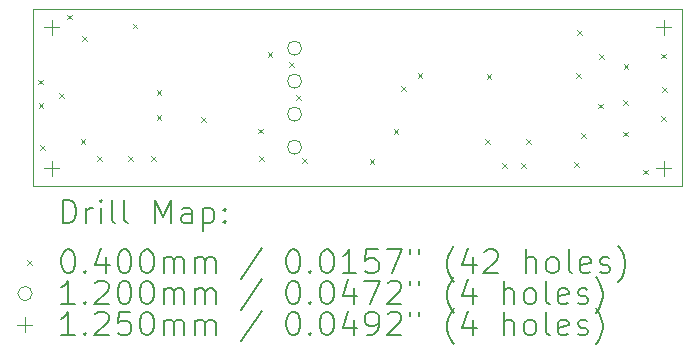
<source format=gbr>
%FSLAX45Y45*%
G04 Gerber Fmt 4.5, Leading zero omitted, Abs format (unit mm)*
G04 Created by KiCad (PCBNEW (6.0.4)) date 2022-06-19 16:10:10*
%MOMM*%
%LPD*%
G01*
G04 APERTURE LIST*
%TA.AperFunction,Profile*%
%ADD10C,0.100000*%
%TD*%
%ADD11C,0.200000*%
%ADD12C,0.040000*%
%ADD13C,0.120000*%
%ADD14C,0.125000*%
G04 APERTURE END LIST*
D10*
X10000800Y-11404600D02*
X15500800Y-11404600D01*
X15500800Y-11404600D02*
X15500800Y-9906000D01*
X10000800Y-9906000D02*
X15500800Y-9906000D01*
X10000800Y-9906000D02*
X10000800Y-11404600D01*
D11*
D12*
X10048560Y-10503220D02*
X10088560Y-10543220D01*
X10088560Y-10503220D02*
X10048560Y-10543220D01*
X10051100Y-10703880D02*
X10091100Y-10743880D01*
X10091100Y-10703880D02*
X10051100Y-10743880D01*
X10061260Y-11056940D02*
X10101260Y-11096940D01*
X10101260Y-11056940D02*
X10061260Y-11096940D01*
X10221280Y-10620060D02*
X10261280Y-10660060D01*
X10261280Y-10620060D02*
X10221280Y-10660060D01*
X10294940Y-9952040D02*
X10334940Y-9992040D01*
X10334940Y-9952040D02*
X10294940Y-9992040D01*
X10406700Y-11003600D02*
X10446700Y-11043600D01*
X10446700Y-11003600D02*
X10406700Y-11043600D01*
X10421940Y-10132380D02*
X10461940Y-10172380D01*
X10461940Y-10132380D02*
X10421940Y-10172380D01*
X10546400Y-11148380D02*
X10586400Y-11188380D01*
X10586400Y-11148380D02*
X10546400Y-11188380D01*
X10805480Y-11150920D02*
X10845480Y-11190920D01*
X10845480Y-11150920D02*
X10805480Y-11190920D01*
X10846120Y-10028240D02*
X10886120Y-10068240D01*
X10886120Y-10028240D02*
X10846120Y-10068240D01*
X11001060Y-11150920D02*
X11041060Y-11190920D01*
X11041060Y-11150920D02*
X11001060Y-11190920D01*
X11049320Y-10594660D02*
X11089320Y-10634660D01*
X11089320Y-10594660D02*
X11049320Y-10634660D01*
X11049320Y-10800400D02*
X11089320Y-10840400D01*
X11089320Y-10800400D02*
X11049320Y-10840400D01*
X11425240Y-10818180D02*
X11465240Y-10858180D01*
X11465240Y-10818180D02*
X11425240Y-10858180D01*
X11910380Y-10917240D02*
X11950380Y-10957240D01*
X11950380Y-10917240D02*
X11910380Y-10957240D01*
X11915460Y-11148380D02*
X11955460Y-11188380D01*
X11955460Y-11148380D02*
X11915460Y-11188380D01*
X11989120Y-10272080D02*
X12029120Y-10312080D01*
X12029120Y-10272080D02*
X11989120Y-10312080D01*
X12172000Y-10355900D02*
X12212000Y-10395900D01*
X12212000Y-10355900D02*
X12172000Y-10395900D01*
X12227880Y-10632760D02*
X12267880Y-10672760D01*
X12267880Y-10632760D02*
X12227880Y-10672760D01*
X12278680Y-11168700D02*
X12318680Y-11208700D01*
X12318680Y-11168700D02*
X12278680Y-11208700D01*
X12852720Y-11178860D02*
X12892720Y-11218860D01*
X12892720Y-11178860D02*
X12852720Y-11218860D01*
X13055920Y-10919780D02*
X13095920Y-10959780D01*
X13095920Y-10919780D02*
X13055920Y-10959780D01*
X13121960Y-10556560D02*
X13161960Y-10596560D01*
X13161960Y-10556560D02*
X13121960Y-10596560D01*
X13259120Y-10444800D02*
X13299120Y-10484800D01*
X13299120Y-10444800D02*
X13259120Y-10484800D01*
X13833160Y-11003600D02*
X13873160Y-11043600D01*
X13873160Y-11003600D02*
X13833160Y-11043600D01*
X13843320Y-10457500D02*
X13883320Y-10497500D01*
X13883320Y-10457500D02*
X13843320Y-10497500D01*
X13972860Y-11209340D02*
X14012860Y-11249340D01*
X14012860Y-11209340D02*
X13972860Y-11249340D01*
X14135420Y-11211880D02*
X14175420Y-11251880D01*
X14175420Y-11211880D02*
X14135420Y-11251880D01*
X14181140Y-11003600D02*
X14221140Y-11043600D01*
X14221140Y-11003600D02*
X14181140Y-11043600D01*
X14585000Y-11199180D02*
X14625000Y-11239180D01*
X14625000Y-11199180D02*
X14585000Y-11239180D01*
X14600240Y-10449880D02*
X14640240Y-10489880D01*
X14640240Y-10449880D02*
X14600240Y-10489880D01*
X14612940Y-10084120D02*
X14652940Y-10124120D01*
X14652940Y-10084120D02*
X14612940Y-10124120D01*
X14643420Y-10957880D02*
X14683420Y-10997880D01*
X14683420Y-10957880D02*
X14643420Y-10997880D01*
X14788200Y-10706420D02*
X14828200Y-10746420D01*
X14828200Y-10706420D02*
X14788200Y-10746420D01*
X14795820Y-10284780D02*
X14835820Y-10324780D01*
X14835820Y-10284780D02*
X14795820Y-10324780D01*
X14996480Y-10942640D02*
X15036480Y-10982640D01*
X15036480Y-10942640D02*
X14996480Y-10982640D01*
X15001560Y-10673400D02*
X15041560Y-10713400D01*
X15041560Y-10673400D02*
X15001560Y-10713400D01*
X15004100Y-10373680D02*
X15044100Y-10413680D01*
X15044100Y-10373680D02*
X15004100Y-10413680D01*
X15171740Y-11265220D02*
X15211740Y-11305220D01*
X15211740Y-11265220D02*
X15171740Y-11305220D01*
X15321600Y-10810560D02*
X15361600Y-10850560D01*
X15361600Y-10810560D02*
X15321600Y-10850560D01*
X15324140Y-10282240D02*
X15364140Y-10322240D01*
X15364140Y-10282240D02*
X15324140Y-10322240D01*
X15326680Y-10566720D02*
X15366680Y-10606720D01*
X15366680Y-10566720D02*
X15326680Y-10606720D01*
D13*
X12277400Y-10236200D02*
G75*
G03*
X12277400Y-10236200I-60000J0D01*
G01*
X12277400Y-10515600D02*
G75*
G03*
X12277400Y-10515600I-60000J0D01*
G01*
X12277400Y-10795000D02*
G75*
G03*
X12277400Y-10795000I-60000J0D01*
G01*
X12277400Y-11074400D02*
G75*
G03*
X12277400Y-11074400I-60000J0D01*
G01*
D14*
X10160000Y-9995900D02*
X10160000Y-10120900D01*
X10097500Y-10058400D02*
X10222500Y-10058400D01*
X10160000Y-11189700D02*
X10160000Y-11314700D01*
X10097500Y-11252200D02*
X10222500Y-11252200D01*
X15341600Y-9995900D02*
X15341600Y-10120900D01*
X15279100Y-10058400D02*
X15404100Y-10058400D01*
X15341600Y-11189700D02*
X15341600Y-11314700D01*
X15279100Y-11252200D02*
X15404100Y-11252200D01*
D11*
X10253419Y-11720076D02*
X10253419Y-11520076D01*
X10301038Y-11520076D01*
X10329610Y-11529600D01*
X10348657Y-11548648D01*
X10358181Y-11567695D01*
X10367705Y-11605790D01*
X10367705Y-11634362D01*
X10358181Y-11672457D01*
X10348657Y-11691505D01*
X10329610Y-11710552D01*
X10301038Y-11720076D01*
X10253419Y-11720076D01*
X10453419Y-11720076D02*
X10453419Y-11586743D01*
X10453419Y-11624838D02*
X10462943Y-11605790D01*
X10472467Y-11596267D01*
X10491514Y-11586743D01*
X10510562Y-11586743D01*
X10577229Y-11720076D02*
X10577229Y-11586743D01*
X10577229Y-11520076D02*
X10567705Y-11529600D01*
X10577229Y-11539124D01*
X10586752Y-11529600D01*
X10577229Y-11520076D01*
X10577229Y-11539124D01*
X10701038Y-11720076D02*
X10681990Y-11710552D01*
X10672467Y-11691505D01*
X10672467Y-11520076D01*
X10805800Y-11720076D02*
X10786752Y-11710552D01*
X10777229Y-11691505D01*
X10777229Y-11520076D01*
X11034371Y-11720076D02*
X11034371Y-11520076D01*
X11101038Y-11662933D01*
X11167705Y-11520076D01*
X11167705Y-11720076D01*
X11348657Y-11720076D02*
X11348657Y-11615314D01*
X11339133Y-11596267D01*
X11320086Y-11586743D01*
X11281990Y-11586743D01*
X11262943Y-11596267D01*
X11348657Y-11710552D02*
X11329609Y-11720076D01*
X11281990Y-11720076D01*
X11262943Y-11710552D01*
X11253419Y-11691505D01*
X11253419Y-11672457D01*
X11262943Y-11653409D01*
X11281990Y-11643886D01*
X11329609Y-11643886D01*
X11348657Y-11634362D01*
X11443895Y-11586743D02*
X11443895Y-11786743D01*
X11443895Y-11596267D02*
X11462943Y-11586743D01*
X11501038Y-11586743D01*
X11520086Y-11596267D01*
X11529609Y-11605790D01*
X11539133Y-11624838D01*
X11539133Y-11681981D01*
X11529609Y-11701028D01*
X11520086Y-11710552D01*
X11501038Y-11720076D01*
X11462943Y-11720076D01*
X11443895Y-11710552D01*
X11624848Y-11701028D02*
X11634371Y-11710552D01*
X11624848Y-11720076D01*
X11615324Y-11710552D01*
X11624848Y-11701028D01*
X11624848Y-11720076D01*
X11624848Y-11596267D02*
X11634371Y-11605790D01*
X11624848Y-11615314D01*
X11615324Y-11605790D01*
X11624848Y-11596267D01*
X11624848Y-11615314D01*
D12*
X9955800Y-12029600D02*
X9995800Y-12069600D01*
X9995800Y-12029600D02*
X9955800Y-12069600D01*
D11*
X10291514Y-11940076D02*
X10310562Y-11940076D01*
X10329610Y-11949600D01*
X10339133Y-11959124D01*
X10348657Y-11978171D01*
X10358181Y-12016267D01*
X10358181Y-12063886D01*
X10348657Y-12101981D01*
X10339133Y-12121028D01*
X10329610Y-12130552D01*
X10310562Y-12140076D01*
X10291514Y-12140076D01*
X10272467Y-12130552D01*
X10262943Y-12121028D01*
X10253419Y-12101981D01*
X10243895Y-12063886D01*
X10243895Y-12016267D01*
X10253419Y-11978171D01*
X10262943Y-11959124D01*
X10272467Y-11949600D01*
X10291514Y-11940076D01*
X10443895Y-12121028D02*
X10453419Y-12130552D01*
X10443895Y-12140076D01*
X10434371Y-12130552D01*
X10443895Y-12121028D01*
X10443895Y-12140076D01*
X10624848Y-12006743D02*
X10624848Y-12140076D01*
X10577229Y-11930552D02*
X10529610Y-12073409D01*
X10653419Y-12073409D01*
X10767705Y-11940076D02*
X10786752Y-11940076D01*
X10805800Y-11949600D01*
X10815324Y-11959124D01*
X10824848Y-11978171D01*
X10834371Y-12016267D01*
X10834371Y-12063886D01*
X10824848Y-12101981D01*
X10815324Y-12121028D01*
X10805800Y-12130552D01*
X10786752Y-12140076D01*
X10767705Y-12140076D01*
X10748657Y-12130552D01*
X10739133Y-12121028D01*
X10729610Y-12101981D01*
X10720086Y-12063886D01*
X10720086Y-12016267D01*
X10729610Y-11978171D01*
X10739133Y-11959124D01*
X10748657Y-11949600D01*
X10767705Y-11940076D01*
X10958181Y-11940076D02*
X10977229Y-11940076D01*
X10996276Y-11949600D01*
X11005800Y-11959124D01*
X11015324Y-11978171D01*
X11024848Y-12016267D01*
X11024848Y-12063886D01*
X11015324Y-12101981D01*
X11005800Y-12121028D01*
X10996276Y-12130552D01*
X10977229Y-12140076D01*
X10958181Y-12140076D01*
X10939133Y-12130552D01*
X10929610Y-12121028D01*
X10920086Y-12101981D01*
X10910562Y-12063886D01*
X10910562Y-12016267D01*
X10920086Y-11978171D01*
X10929610Y-11959124D01*
X10939133Y-11949600D01*
X10958181Y-11940076D01*
X11110562Y-12140076D02*
X11110562Y-12006743D01*
X11110562Y-12025790D02*
X11120086Y-12016267D01*
X11139133Y-12006743D01*
X11167705Y-12006743D01*
X11186752Y-12016267D01*
X11196276Y-12035314D01*
X11196276Y-12140076D01*
X11196276Y-12035314D02*
X11205800Y-12016267D01*
X11224848Y-12006743D01*
X11253419Y-12006743D01*
X11272467Y-12016267D01*
X11281990Y-12035314D01*
X11281990Y-12140076D01*
X11377228Y-12140076D02*
X11377228Y-12006743D01*
X11377228Y-12025790D02*
X11386752Y-12016267D01*
X11405800Y-12006743D01*
X11434371Y-12006743D01*
X11453419Y-12016267D01*
X11462943Y-12035314D01*
X11462943Y-12140076D01*
X11462943Y-12035314D02*
X11472467Y-12016267D01*
X11491514Y-12006743D01*
X11520086Y-12006743D01*
X11539133Y-12016267D01*
X11548657Y-12035314D01*
X11548657Y-12140076D01*
X11939133Y-11930552D02*
X11767705Y-12187695D01*
X12196276Y-11940076D02*
X12215324Y-11940076D01*
X12234371Y-11949600D01*
X12243895Y-11959124D01*
X12253419Y-11978171D01*
X12262943Y-12016267D01*
X12262943Y-12063886D01*
X12253419Y-12101981D01*
X12243895Y-12121028D01*
X12234371Y-12130552D01*
X12215324Y-12140076D01*
X12196276Y-12140076D01*
X12177228Y-12130552D01*
X12167705Y-12121028D01*
X12158181Y-12101981D01*
X12148657Y-12063886D01*
X12148657Y-12016267D01*
X12158181Y-11978171D01*
X12167705Y-11959124D01*
X12177228Y-11949600D01*
X12196276Y-11940076D01*
X12348657Y-12121028D02*
X12358181Y-12130552D01*
X12348657Y-12140076D01*
X12339133Y-12130552D01*
X12348657Y-12121028D01*
X12348657Y-12140076D01*
X12481990Y-11940076D02*
X12501038Y-11940076D01*
X12520086Y-11949600D01*
X12529609Y-11959124D01*
X12539133Y-11978171D01*
X12548657Y-12016267D01*
X12548657Y-12063886D01*
X12539133Y-12101981D01*
X12529609Y-12121028D01*
X12520086Y-12130552D01*
X12501038Y-12140076D01*
X12481990Y-12140076D01*
X12462943Y-12130552D01*
X12453419Y-12121028D01*
X12443895Y-12101981D01*
X12434371Y-12063886D01*
X12434371Y-12016267D01*
X12443895Y-11978171D01*
X12453419Y-11959124D01*
X12462943Y-11949600D01*
X12481990Y-11940076D01*
X12739133Y-12140076D02*
X12624848Y-12140076D01*
X12681990Y-12140076D02*
X12681990Y-11940076D01*
X12662943Y-11968648D01*
X12643895Y-11987695D01*
X12624848Y-11997219D01*
X12920086Y-11940076D02*
X12824848Y-11940076D01*
X12815324Y-12035314D01*
X12824848Y-12025790D01*
X12843895Y-12016267D01*
X12891514Y-12016267D01*
X12910562Y-12025790D01*
X12920086Y-12035314D01*
X12929609Y-12054362D01*
X12929609Y-12101981D01*
X12920086Y-12121028D01*
X12910562Y-12130552D01*
X12891514Y-12140076D01*
X12843895Y-12140076D01*
X12824848Y-12130552D01*
X12815324Y-12121028D01*
X12996276Y-11940076D02*
X13129609Y-11940076D01*
X13043895Y-12140076D01*
X13196276Y-11940076D02*
X13196276Y-11978171D01*
X13272467Y-11940076D02*
X13272467Y-11978171D01*
X13567705Y-12216267D02*
X13558181Y-12206743D01*
X13539133Y-12178171D01*
X13529609Y-12159124D01*
X13520086Y-12130552D01*
X13510562Y-12082933D01*
X13510562Y-12044838D01*
X13520086Y-11997219D01*
X13529609Y-11968648D01*
X13539133Y-11949600D01*
X13558181Y-11921028D01*
X13567705Y-11911505D01*
X13729609Y-12006743D02*
X13729609Y-12140076D01*
X13681990Y-11930552D02*
X13634371Y-12073409D01*
X13758181Y-12073409D01*
X13824848Y-11959124D02*
X13834371Y-11949600D01*
X13853419Y-11940076D01*
X13901038Y-11940076D01*
X13920086Y-11949600D01*
X13929609Y-11959124D01*
X13939133Y-11978171D01*
X13939133Y-11997219D01*
X13929609Y-12025790D01*
X13815324Y-12140076D01*
X13939133Y-12140076D01*
X14177228Y-12140076D02*
X14177228Y-11940076D01*
X14262943Y-12140076D02*
X14262943Y-12035314D01*
X14253419Y-12016267D01*
X14234371Y-12006743D01*
X14205800Y-12006743D01*
X14186752Y-12016267D01*
X14177228Y-12025790D01*
X14386752Y-12140076D02*
X14367705Y-12130552D01*
X14358181Y-12121028D01*
X14348657Y-12101981D01*
X14348657Y-12044838D01*
X14358181Y-12025790D01*
X14367705Y-12016267D01*
X14386752Y-12006743D01*
X14415324Y-12006743D01*
X14434371Y-12016267D01*
X14443895Y-12025790D01*
X14453419Y-12044838D01*
X14453419Y-12101981D01*
X14443895Y-12121028D01*
X14434371Y-12130552D01*
X14415324Y-12140076D01*
X14386752Y-12140076D01*
X14567705Y-12140076D02*
X14548657Y-12130552D01*
X14539133Y-12111505D01*
X14539133Y-11940076D01*
X14720086Y-12130552D02*
X14701038Y-12140076D01*
X14662943Y-12140076D01*
X14643895Y-12130552D01*
X14634371Y-12111505D01*
X14634371Y-12035314D01*
X14643895Y-12016267D01*
X14662943Y-12006743D01*
X14701038Y-12006743D01*
X14720086Y-12016267D01*
X14729609Y-12035314D01*
X14729609Y-12054362D01*
X14634371Y-12073409D01*
X14805800Y-12130552D02*
X14824848Y-12140076D01*
X14862943Y-12140076D01*
X14881990Y-12130552D01*
X14891514Y-12111505D01*
X14891514Y-12101981D01*
X14881990Y-12082933D01*
X14862943Y-12073409D01*
X14834371Y-12073409D01*
X14815324Y-12063886D01*
X14805800Y-12044838D01*
X14805800Y-12035314D01*
X14815324Y-12016267D01*
X14834371Y-12006743D01*
X14862943Y-12006743D01*
X14881990Y-12016267D01*
X14958181Y-12216267D02*
X14967705Y-12206743D01*
X14986752Y-12178171D01*
X14996276Y-12159124D01*
X15005800Y-12130552D01*
X15015324Y-12082933D01*
X15015324Y-12044838D01*
X15005800Y-11997219D01*
X14996276Y-11968648D01*
X14986752Y-11949600D01*
X14967705Y-11921028D01*
X14958181Y-11911505D01*
D13*
X9995800Y-12313600D02*
G75*
G03*
X9995800Y-12313600I-60000J0D01*
G01*
D11*
X10358181Y-12404076D02*
X10243895Y-12404076D01*
X10301038Y-12404076D02*
X10301038Y-12204076D01*
X10281990Y-12232648D01*
X10262943Y-12251695D01*
X10243895Y-12261219D01*
X10443895Y-12385028D02*
X10453419Y-12394552D01*
X10443895Y-12404076D01*
X10434371Y-12394552D01*
X10443895Y-12385028D01*
X10443895Y-12404076D01*
X10529610Y-12223124D02*
X10539133Y-12213600D01*
X10558181Y-12204076D01*
X10605800Y-12204076D01*
X10624848Y-12213600D01*
X10634371Y-12223124D01*
X10643895Y-12242171D01*
X10643895Y-12261219D01*
X10634371Y-12289790D01*
X10520086Y-12404076D01*
X10643895Y-12404076D01*
X10767705Y-12204076D02*
X10786752Y-12204076D01*
X10805800Y-12213600D01*
X10815324Y-12223124D01*
X10824848Y-12242171D01*
X10834371Y-12280267D01*
X10834371Y-12327886D01*
X10824848Y-12365981D01*
X10815324Y-12385028D01*
X10805800Y-12394552D01*
X10786752Y-12404076D01*
X10767705Y-12404076D01*
X10748657Y-12394552D01*
X10739133Y-12385028D01*
X10729610Y-12365981D01*
X10720086Y-12327886D01*
X10720086Y-12280267D01*
X10729610Y-12242171D01*
X10739133Y-12223124D01*
X10748657Y-12213600D01*
X10767705Y-12204076D01*
X10958181Y-12204076D02*
X10977229Y-12204076D01*
X10996276Y-12213600D01*
X11005800Y-12223124D01*
X11015324Y-12242171D01*
X11024848Y-12280267D01*
X11024848Y-12327886D01*
X11015324Y-12365981D01*
X11005800Y-12385028D01*
X10996276Y-12394552D01*
X10977229Y-12404076D01*
X10958181Y-12404076D01*
X10939133Y-12394552D01*
X10929610Y-12385028D01*
X10920086Y-12365981D01*
X10910562Y-12327886D01*
X10910562Y-12280267D01*
X10920086Y-12242171D01*
X10929610Y-12223124D01*
X10939133Y-12213600D01*
X10958181Y-12204076D01*
X11110562Y-12404076D02*
X11110562Y-12270743D01*
X11110562Y-12289790D02*
X11120086Y-12280267D01*
X11139133Y-12270743D01*
X11167705Y-12270743D01*
X11186752Y-12280267D01*
X11196276Y-12299314D01*
X11196276Y-12404076D01*
X11196276Y-12299314D02*
X11205800Y-12280267D01*
X11224848Y-12270743D01*
X11253419Y-12270743D01*
X11272467Y-12280267D01*
X11281990Y-12299314D01*
X11281990Y-12404076D01*
X11377228Y-12404076D02*
X11377228Y-12270743D01*
X11377228Y-12289790D02*
X11386752Y-12280267D01*
X11405800Y-12270743D01*
X11434371Y-12270743D01*
X11453419Y-12280267D01*
X11462943Y-12299314D01*
X11462943Y-12404076D01*
X11462943Y-12299314D02*
X11472467Y-12280267D01*
X11491514Y-12270743D01*
X11520086Y-12270743D01*
X11539133Y-12280267D01*
X11548657Y-12299314D01*
X11548657Y-12404076D01*
X11939133Y-12194552D02*
X11767705Y-12451695D01*
X12196276Y-12204076D02*
X12215324Y-12204076D01*
X12234371Y-12213600D01*
X12243895Y-12223124D01*
X12253419Y-12242171D01*
X12262943Y-12280267D01*
X12262943Y-12327886D01*
X12253419Y-12365981D01*
X12243895Y-12385028D01*
X12234371Y-12394552D01*
X12215324Y-12404076D01*
X12196276Y-12404076D01*
X12177228Y-12394552D01*
X12167705Y-12385028D01*
X12158181Y-12365981D01*
X12148657Y-12327886D01*
X12148657Y-12280267D01*
X12158181Y-12242171D01*
X12167705Y-12223124D01*
X12177228Y-12213600D01*
X12196276Y-12204076D01*
X12348657Y-12385028D02*
X12358181Y-12394552D01*
X12348657Y-12404076D01*
X12339133Y-12394552D01*
X12348657Y-12385028D01*
X12348657Y-12404076D01*
X12481990Y-12204076D02*
X12501038Y-12204076D01*
X12520086Y-12213600D01*
X12529609Y-12223124D01*
X12539133Y-12242171D01*
X12548657Y-12280267D01*
X12548657Y-12327886D01*
X12539133Y-12365981D01*
X12529609Y-12385028D01*
X12520086Y-12394552D01*
X12501038Y-12404076D01*
X12481990Y-12404076D01*
X12462943Y-12394552D01*
X12453419Y-12385028D01*
X12443895Y-12365981D01*
X12434371Y-12327886D01*
X12434371Y-12280267D01*
X12443895Y-12242171D01*
X12453419Y-12223124D01*
X12462943Y-12213600D01*
X12481990Y-12204076D01*
X12720086Y-12270743D02*
X12720086Y-12404076D01*
X12672467Y-12194552D02*
X12624848Y-12337409D01*
X12748657Y-12337409D01*
X12805800Y-12204076D02*
X12939133Y-12204076D01*
X12853419Y-12404076D01*
X13005800Y-12223124D02*
X13015324Y-12213600D01*
X13034371Y-12204076D01*
X13081990Y-12204076D01*
X13101038Y-12213600D01*
X13110562Y-12223124D01*
X13120086Y-12242171D01*
X13120086Y-12261219D01*
X13110562Y-12289790D01*
X12996276Y-12404076D01*
X13120086Y-12404076D01*
X13196276Y-12204076D02*
X13196276Y-12242171D01*
X13272467Y-12204076D02*
X13272467Y-12242171D01*
X13567705Y-12480267D02*
X13558181Y-12470743D01*
X13539133Y-12442171D01*
X13529609Y-12423124D01*
X13520086Y-12394552D01*
X13510562Y-12346933D01*
X13510562Y-12308838D01*
X13520086Y-12261219D01*
X13529609Y-12232648D01*
X13539133Y-12213600D01*
X13558181Y-12185028D01*
X13567705Y-12175505D01*
X13729609Y-12270743D02*
X13729609Y-12404076D01*
X13681990Y-12194552D02*
X13634371Y-12337409D01*
X13758181Y-12337409D01*
X13986752Y-12404076D02*
X13986752Y-12204076D01*
X14072467Y-12404076D02*
X14072467Y-12299314D01*
X14062943Y-12280267D01*
X14043895Y-12270743D01*
X14015324Y-12270743D01*
X13996276Y-12280267D01*
X13986752Y-12289790D01*
X14196276Y-12404076D02*
X14177228Y-12394552D01*
X14167705Y-12385028D01*
X14158181Y-12365981D01*
X14158181Y-12308838D01*
X14167705Y-12289790D01*
X14177228Y-12280267D01*
X14196276Y-12270743D01*
X14224848Y-12270743D01*
X14243895Y-12280267D01*
X14253419Y-12289790D01*
X14262943Y-12308838D01*
X14262943Y-12365981D01*
X14253419Y-12385028D01*
X14243895Y-12394552D01*
X14224848Y-12404076D01*
X14196276Y-12404076D01*
X14377228Y-12404076D02*
X14358181Y-12394552D01*
X14348657Y-12375505D01*
X14348657Y-12204076D01*
X14529609Y-12394552D02*
X14510562Y-12404076D01*
X14472467Y-12404076D01*
X14453419Y-12394552D01*
X14443895Y-12375505D01*
X14443895Y-12299314D01*
X14453419Y-12280267D01*
X14472467Y-12270743D01*
X14510562Y-12270743D01*
X14529609Y-12280267D01*
X14539133Y-12299314D01*
X14539133Y-12318362D01*
X14443895Y-12337409D01*
X14615324Y-12394552D02*
X14634371Y-12404076D01*
X14672467Y-12404076D01*
X14691514Y-12394552D01*
X14701038Y-12375505D01*
X14701038Y-12365981D01*
X14691514Y-12346933D01*
X14672467Y-12337409D01*
X14643895Y-12337409D01*
X14624848Y-12327886D01*
X14615324Y-12308838D01*
X14615324Y-12299314D01*
X14624848Y-12280267D01*
X14643895Y-12270743D01*
X14672467Y-12270743D01*
X14691514Y-12280267D01*
X14767705Y-12480267D02*
X14777228Y-12470743D01*
X14796276Y-12442171D01*
X14805800Y-12423124D01*
X14815324Y-12394552D01*
X14824848Y-12346933D01*
X14824848Y-12308838D01*
X14815324Y-12261219D01*
X14805800Y-12232648D01*
X14796276Y-12213600D01*
X14777228Y-12185028D01*
X14767705Y-12175505D01*
D14*
X9933300Y-12515100D02*
X9933300Y-12640100D01*
X9870800Y-12577600D02*
X9995800Y-12577600D01*
D11*
X10358181Y-12668076D02*
X10243895Y-12668076D01*
X10301038Y-12668076D02*
X10301038Y-12468076D01*
X10281990Y-12496648D01*
X10262943Y-12515695D01*
X10243895Y-12525219D01*
X10443895Y-12649028D02*
X10453419Y-12658552D01*
X10443895Y-12668076D01*
X10434371Y-12658552D01*
X10443895Y-12649028D01*
X10443895Y-12668076D01*
X10529610Y-12487124D02*
X10539133Y-12477600D01*
X10558181Y-12468076D01*
X10605800Y-12468076D01*
X10624848Y-12477600D01*
X10634371Y-12487124D01*
X10643895Y-12506171D01*
X10643895Y-12525219D01*
X10634371Y-12553790D01*
X10520086Y-12668076D01*
X10643895Y-12668076D01*
X10824848Y-12468076D02*
X10729610Y-12468076D01*
X10720086Y-12563314D01*
X10729610Y-12553790D01*
X10748657Y-12544267D01*
X10796276Y-12544267D01*
X10815324Y-12553790D01*
X10824848Y-12563314D01*
X10834371Y-12582362D01*
X10834371Y-12629981D01*
X10824848Y-12649028D01*
X10815324Y-12658552D01*
X10796276Y-12668076D01*
X10748657Y-12668076D01*
X10729610Y-12658552D01*
X10720086Y-12649028D01*
X10958181Y-12468076D02*
X10977229Y-12468076D01*
X10996276Y-12477600D01*
X11005800Y-12487124D01*
X11015324Y-12506171D01*
X11024848Y-12544267D01*
X11024848Y-12591886D01*
X11015324Y-12629981D01*
X11005800Y-12649028D01*
X10996276Y-12658552D01*
X10977229Y-12668076D01*
X10958181Y-12668076D01*
X10939133Y-12658552D01*
X10929610Y-12649028D01*
X10920086Y-12629981D01*
X10910562Y-12591886D01*
X10910562Y-12544267D01*
X10920086Y-12506171D01*
X10929610Y-12487124D01*
X10939133Y-12477600D01*
X10958181Y-12468076D01*
X11110562Y-12668076D02*
X11110562Y-12534743D01*
X11110562Y-12553790D02*
X11120086Y-12544267D01*
X11139133Y-12534743D01*
X11167705Y-12534743D01*
X11186752Y-12544267D01*
X11196276Y-12563314D01*
X11196276Y-12668076D01*
X11196276Y-12563314D02*
X11205800Y-12544267D01*
X11224848Y-12534743D01*
X11253419Y-12534743D01*
X11272467Y-12544267D01*
X11281990Y-12563314D01*
X11281990Y-12668076D01*
X11377228Y-12668076D02*
X11377228Y-12534743D01*
X11377228Y-12553790D02*
X11386752Y-12544267D01*
X11405800Y-12534743D01*
X11434371Y-12534743D01*
X11453419Y-12544267D01*
X11462943Y-12563314D01*
X11462943Y-12668076D01*
X11462943Y-12563314D02*
X11472467Y-12544267D01*
X11491514Y-12534743D01*
X11520086Y-12534743D01*
X11539133Y-12544267D01*
X11548657Y-12563314D01*
X11548657Y-12668076D01*
X11939133Y-12458552D02*
X11767705Y-12715695D01*
X12196276Y-12468076D02*
X12215324Y-12468076D01*
X12234371Y-12477600D01*
X12243895Y-12487124D01*
X12253419Y-12506171D01*
X12262943Y-12544267D01*
X12262943Y-12591886D01*
X12253419Y-12629981D01*
X12243895Y-12649028D01*
X12234371Y-12658552D01*
X12215324Y-12668076D01*
X12196276Y-12668076D01*
X12177228Y-12658552D01*
X12167705Y-12649028D01*
X12158181Y-12629981D01*
X12148657Y-12591886D01*
X12148657Y-12544267D01*
X12158181Y-12506171D01*
X12167705Y-12487124D01*
X12177228Y-12477600D01*
X12196276Y-12468076D01*
X12348657Y-12649028D02*
X12358181Y-12658552D01*
X12348657Y-12668076D01*
X12339133Y-12658552D01*
X12348657Y-12649028D01*
X12348657Y-12668076D01*
X12481990Y-12468076D02*
X12501038Y-12468076D01*
X12520086Y-12477600D01*
X12529609Y-12487124D01*
X12539133Y-12506171D01*
X12548657Y-12544267D01*
X12548657Y-12591886D01*
X12539133Y-12629981D01*
X12529609Y-12649028D01*
X12520086Y-12658552D01*
X12501038Y-12668076D01*
X12481990Y-12668076D01*
X12462943Y-12658552D01*
X12453419Y-12649028D01*
X12443895Y-12629981D01*
X12434371Y-12591886D01*
X12434371Y-12544267D01*
X12443895Y-12506171D01*
X12453419Y-12487124D01*
X12462943Y-12477600D01*
X12481990Y-12468076D01*
X12720086Y-12534743D02*
X12720086Y-12668076D01*
X12672467Y-12458552D02*
X12624848Y-12601409D01*
X12748657Y-12601409D01*
X12834371Y-12668076D02*
X12872467Y-12668076D01*
X12891514Y-12658552D01*
X12901038Y-12649028D01*
X12920086Y-12620457D01*
X12929609Y-12582362D01*
X12929609Y-12506171D01*
X12920086Y-12487124D01*
X12910562Y-12477600D01*
X12891514Y-12468076D01*
X12853419Y-12468076D01*
X12834371Y-12477600D01*
X12824848Y-12487124D01*
X12815324Y-12506171D01*
X12815324Y-12553790D01*
X12824848Y-12572838D01*
X12834371Y-12582362D01*
X12853419Y-12591886D01*
X12891514Y-12591886D01*
X12910562Y-12582362D01*
X12920086Y-12572838D01*
X12929609Y-12553790D01*
X13005800Y-12487124D02*
X13015324Y-12477600D01*
X13034371Y-12468076D01*
X13081990Y-12468076D01*
X13101038Y-12477600D01*
X13110562Y-12487124D01*
X13120086Y-12506171D01*
X13120086Y-12525219D01*
X13110562Y-12553790D01*
X12996276Y-12668076D01*
X13120086Y-12668076D01*
X13196276Y-12468076D02*
X13196276Y-12506171D01*
X13272467Y-12468076D02*
X13272467Y-12506171D01*
X13567705Y-12744267D02*
X13558181Y-12734743D01*
X13539133Y-12706171D01*
X13529609Y-12687124D01*
X13520086Y-12658552D01*
X13510562Y-12610933D01*
X13510562Y-12572838D01*
X13520086Y-12525219D01*
X13529609Y-12496648D01*
X13539133Y-12477600D01*
X13558181Y-12449028D01*
X13567705Y-12439505D01*
X13729609Y-12534743D02*
X13729609Y-12668076D01*
X13681990Y-12458552D02*
X13634371Y-12601409D01*
X13758181Y-12601409D01*
X13986752Y-12668076D02*
X13986752Y-12468076D01*
X14072467Y-12668076D02*
X14072467Y-12563314D01*
X14062943Y-12544267D01*
X14043895Y-12534743D01*
X14015324Y-12534743D01*
X13996276Y-12544267D01*
X13986752Y-12553790D01*
X14196276Y-12668076D02*
X14177228Y-12658552D01*
X14167705Y-12649028D01*
X14158181Y-12629981D01*
X14158181Y-12572838D01*
X14167705Y-12553790D01*
X14177228Y-12544267D01*
X14196276Y-12534743D01*
X14224848Y-12534743D01*
X14243895Y-12544267D01*
X14253419Y-12553790D01*
X14262943Y-12572838D01*
X14262943Y-12629981D01*
X14253419Y-12649028D01*
X14243895Y-12658552D01*
X14224848Y-12668076D01*
X14196276Y-12668076D01*
X14377228Y-12668076D02*
X14358181Y-12658552D01*
X14348657Y-12639505D01*
X14348657Y-12468076D01*
X14529609Y-12658552D02*
X14510562Y-12668076D01*
X14472467Y-12668076D01*
X14453419Y-12658552D01*
X14443895Y-12639505D01*
X14443895Y-12563314D01*
X14453419Y-12544267D01*
X14472467Y-12534743D01*
X14510562Y-12534743D01*
X14529609Y-12544267D01*
X14539133Y-12563314D01*
X14539133Y-12582362D01*
X14443895Y-12601409D01*
X14615324Y-12658552D02*
X14634371Y-12668076D01*
X14672467Y-12668076D01*
X14691514Y-12658552D01*
X14701038Y-12639505D01*
X14701038Y-12629981D01*
X14691514Y-12610933D01*
X14672467Y-12601409D01*
X14643895Y-12601409D01*
X14624848Y-12591886D01*
X14615324Y-12572838D01*
X14615324Y-12563314D01*
X14624848Y-12544267D01*
X14643895Y-12534743D01*
X14672467Y-12534743D01*
X14691514Y-12544267D01*
X14767705Y-12744267D02*
X14777228Y-12734743D01*
X14796276Y-12706171D01*
X14805800Y-12687124D01*
X14815324Y-12658552D01*
X14824848Y-12610933D01*
X14824848Y-12572838D01*
X14815324Y-12525219D01*
X14805800Y-12496648D01*
X14796276Y-12477600D01*
X14777228Y-12449028D01*
X14767705Y-12439505D01*
M02*

</source>
